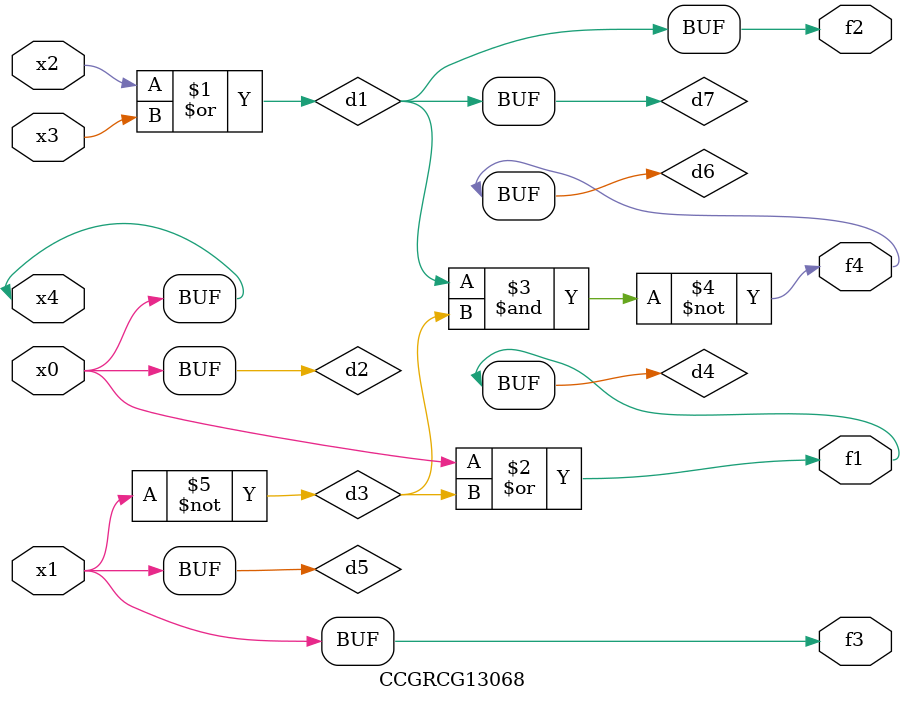
<source format=v>
module CCGRCG13068(
	input x0, x1, x2, x3, x4,
	output f1, f2, f3, f4
);

	wire d1, d2, d3, d4, d5, d6, d7;

	or (d1, x2, x3);
	buf (d2, x0, x4);
	not (d3, x1);
	or (d4, d2, d3);
	not (d5, d3);
	nand (d6, d1, d3);
	or (d7, d1);
	assign f1 = d4;
	assign f2 = d7;
	assign f3 = d5;
	assign f4 = d6;
endmodule

</source>
